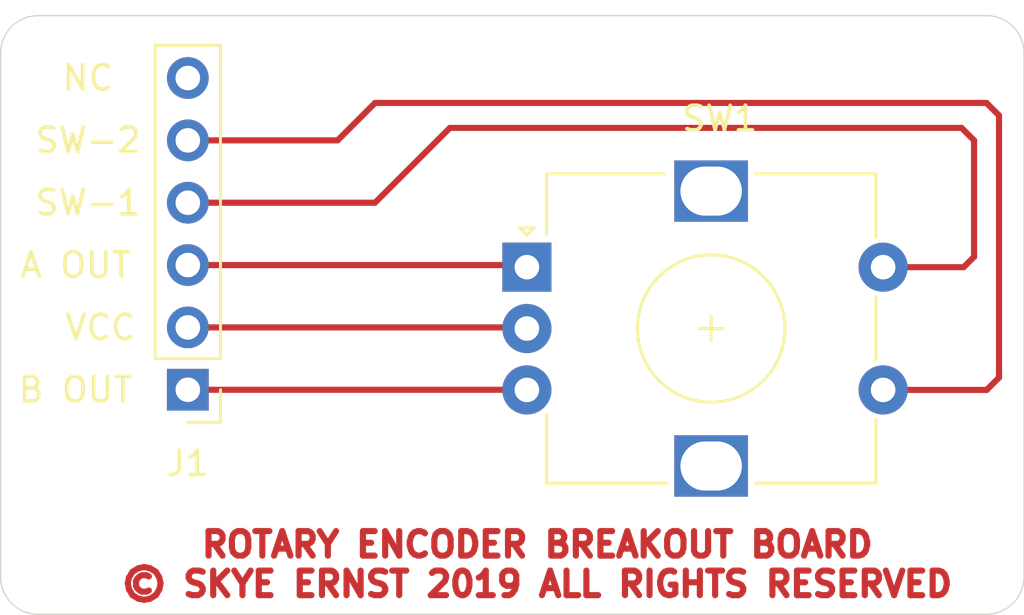
<source format=kicad_pcb>
(kicad_pcb (version 20171130) (host pcbnew "(5.1.4)-1")

  (general
    (thickness 1.6)
    (drawings 15)
    (tracks 20)
    (zones 0)
    (modules 2)
    (nets 7)
  )

  (page A4)
  (layers
    (0 F.Cu signal)
    (31 B.Cu signal)
    (32 B.Adhes user)
    (33 F.Adhes user)
    (34 B.Paste user)
    (35 F.Paste user)
    (36 B.SilkS user)
    (37 F.SilkS user)
    (38 B.Mask user)
    (39 F.Mask user)
    (40 Dwgs.User user)
    (41 Cmts.User user)
    (42 Eco1.User user)
    (43 Eco2.User user)
    (44 Edge.Cuts user)
    (45 Margin user)
    (46 B.CrtYd user)
    (47 F.CrtYd user)
    (48 B.Fab user)
    (49 F.Fab user)
  )

  (setup
    (last_trace_width 0.25)
    (trace_clearance 0.2)
    (zone_clearance 0.508)
    (zone_45_only no)
    (trace_min 0.2)
    (via_size 0.8)
    (via_drill 0.4)
    (via_min_size 0.4)
    (via_min_drill 0.3)
    (uvia_size 0.3)
    (uvia_drill 0.1)
    (uvias_allowed no)
    (uvia_min_size 0.2)
    (uvia_min_drill 0.1)
    (edge_width 0.05)
    (segment_width 0.2)
    (pcb_text_width 0.3)
    (pcb_text_size 1.5 1.5)
    (mod_edge_width 0.12)
    (mod_text_size 1 1)
    (mod_text_width 0.15)
    (pad_size 1.524 1.524)
    (pad_drill 0.762)
    (pad_to_mask_clearance 0.051)
    (solder_mask_min_width 0.25)
    (aux_axis_origin 0 0)
    (visible_elements FFFDFF7F)
    (pcbplotparams
      (layerselection 0x010f0_ffffffff)
      (usegerberextensions false)
      (usegerberattributes false)
      (usegerberadvancedattributes false)
      (creategerberjobfile false)
      (excludeedgelayer true)
      (linewidth 0.100000)
      (plotframeref false)
      (viasonmask false)
      (mode 1)
      (useauxorigin false)
      (hpglpennumber 1)
      (hpglpenspeed 20)
      (hpglpendiameter 15.000000)
      (psnegative false)
      (psa4output false)
      (plotreference true)
      (plotvalue true)
      (plotinvisibletext false)
      (padsonsilk false)
      (subtractmaskfromsilk false)
      (outputformat 1)
      (mirror false)
      (drillshape 0)
      (scaleselection 1)
      (outputdirectory "GERBER_OUT/"))
  )

  (net 0 "")
  (net 1 "Net-(J1-Pad6)")
  (net 2 "Net-(J1-Pad5)")
  (net 3 "Net-(J1-Pad4)")
  (net 4 "Net-(J1-Pad3)")
  (net 5 "Net-(J1-Pad2)")
  (net 6 "Net-(J1-Pad1)")

  (net_class Default "This is the default net class."
    (clearance 0.2)
    (trace_width 0.25)
    (via_dia 0.8)
    (via_drill 0.4)
    (uvia_dia 0.3)
    (uvia_drill 0.1)
    (add_net "Net-(J1-Pad1)")
    (add_net "Net-(J1-Pad2)")
    (add_net "Net-(J1-Pad3)")
    (add_net "Net-(J1-Pad4)")
    (add_net "Net-(J1-Pad5)")
    (add_net "Net-(J1-Pad6)")
  )

  (module Rotary_Encoder:RotaryEncoder_Alps_EC12E-Switch_Vertical_H20mm (layer F.Cu) (tedit 5A64F492) (tstamp 5DDEA725)
    (at 131.15 93.05)
    (descr "Alps rotary encoder, EC12E... with switch, vertical shaft, http://www.alps.com/prod/info/E/HTML/Encoder/Incremental/EC12E/EC12E1240405.html & http://cdn-reichelt.de/documents/datenblatt/F100/402097STEC12E08.PDF")
    (tags "rotary encoder")
    (path /5DDE4715)
    (fp_text reference SW1 (at 7.85 -6.05) (layer F.SilkS)
      (effects (font (size 1 1) (thickness 0.15)))
    )
    (fp_text value Rotary_Encoder_Switch (at 7.5 10.4) (layer F.Fab)
      (effects (font (size 1 1) (thickness 0.15)))
    )
    (fp_circle (center 7.5 2.5) (end 10.5 2.5) (layer F.Fab) (width 0.12))
    (fp_circle (center 7.5 2.5) (end 10.5 2.5) (layer F.SilkS) (width 0.12))
    (fp_line (start 16 9.85) (end -1.5 9.85) (layer F.CrtYd) (width 0.05))
    (fp_line (start 16 9.85) (end 16 -4.85) (layer F.CrtYd) (width 0.05))
    (fp_line (start -1.5 -4.85) (end -1.5 9.85) (layer F.CrtYd) (width 0.05))
    (fp_line (start -1.5 -4.85) (end 16 -4.85) (layer F.CrtYd) (width 0.05))
    (fp_line (start 1.9 -3.7) (end 14.1 -3.7) (layer F.Fab) (width 0.12))
    (fp_line (start 14.1 -3.7) (end 14.1 8.7) (layer F.Fab) (width 0.12))
    (fp_line (start 14.1 8.7) (end 0.9 8.7) (layer F.Fab) (width 0.12))
    (fp_line (start 0.9 8.7) (end 0.9 -2.6) (layer F.Fab) (width 0.12))
    (fp_line (start 0.9 -2.6) (end 1.9 -3.7) (layer F.Fab) (width 0.12))
    (fp_line (start 9.3 -3.8) (end 14.2 -3.8) (layer F.SilkS) (width 0.12))
    (fp_line (start 14.2 8.8) (end 9.3 8.8) (layer F.SilkS) (width 0.12))
    (fp_line (start 5.7 8.8) (end 0.8 8.8) (layer F.SilkS) (width 0.12))
    (fp_line (start 0.8 8.8) (end 0.8 6) (layer F.SilkS) (width 0.12))
    (fp_line (start 5.6 -3.8) (end 0.8 -3.8) (layer F.SilkS) (width 0.12))
    (fp_line (start 0.8 -3.8) (end 0.8 -1.3) (layer F.SilkS) (width 0.12))
    (fp_line (start 0 -1.3) (end -0.3 -1.6) (layer F.SilkS) (width 0.12))
    (fp_line (start -0.3 -1.6) (end 0.3 -1.6) (layer F.SilkS) (width 0.12))
    (fp_line (start 0.3 -1.6) (end 0 -1.3) (layer F.SilkS) (width 0.12))
    (fp_line (start 7.5 -0.5) (end 7.5 5.5) (layer F.Fab) (width 0.12))
    (fp_line (start 4.5 2.5) (end 10.5 2.5) (layer F.Fab) (width 0.12))
    (fp_line (start 14.2 -3.8) (end 14.2 -1.2) (layer F.SilkS) (width 0.12))
    (fp_line (start 14.2 1.2) (end 14.2 3.8) (layer F.SilkS) (width 0.12))
    (fp_line (start 14.2 6.2) (end 14.2 8.8) (layer F.SilkS) (width 0.12))
    (fp_text user %R (at 11.5 6.6) (layer F.Fab)
      (effects (font (size 1 1) (thickness 0.15)))
    )
    (fp_line (start 7.5 2) (end 7.5 3) (layer F.SilkS) (width 0.12))
    (fp_line (start 7 2.5) (end 8 2.5) (layer F.SilkS) (width 0.12))
    (pad A thru_hole rect (at 0 0) (size 2 2) (drill 1) (layers *.Cu *.Mask)
      (net 4 "Net-(J1-Pad3)"))
    (pad C thru_hole circle (at 0 2.5) (size 2 2) (drill 1) (layers *.Cu *.Mask)
      (net 5 "Net-(J1-Pad2)"))
    (pad B thru_hole circle (at 0 5) (size 2 2) (drill 1) (layers *.Cu *.Mask)
      (net 6 "Net-(J1-Pad1)"))
    (pad MP thru_hole rect (at 7.5 -3.1) (size 3 2.5) (drill oval 2.5 2) (layers *.Cu *.Mask))
    (pad MP thru_hole rect (at 7.5 8.1) (size 3 2.5) (drill oval 2.5 2) (layers *.Cu *.Mask))
    (pad S1 thru_hole circle (at 14.5 0) (size 2 2) (drill 1) (layers *.Cu *.Mask)
      (net 3 "Net-(J1-Pad4)"))
    (pad S2 thru_hole circle (at 14.5 5) (size 2 2) (drill 1) (layers *.Cu *.Mask)
      (net 2 "Net-(J1-Pad5)"))
    (model ${KISYS3DMOD}/Rotary_Encoder.3dshapes/RotaryEncoder_Alps_EC12E-Switch_Vertical_H20mm.wrl
      (at (xyz 0 0 0))
      (scale (xyz 1 1 1))
      (rotate (xyz 0 0 0))
    )
  )

  (module Connector_PinHeader_2.54mm:PinHeader_1x06_P2.54mm_Vertical (layer F.Cu) (tedit 59FED5CC) (tstamp 5DDEA6FE)
    (at 117.348 98.044 180)
    (descr "Through hole straight pin header, 1x06, 2.54mm pitch, single row")
    (tags "Through hole pin header THT 1x06 2.54mm single row")
    (path /5DDE6954)
    (fp_text reference J1 (at 0 -3) (layer F.SilkS)
      (effects (font (size 1 1) (thickness 0.15)))
    )
    (fp_text value Conn_01x06 (at 0 15.03) (layer F.Fab)
      (effects (font (size 1 1) (thickness 0.15)))
    )
    (fp_text user %R (at 0 6.35 90) (layer F.Fab)
      (effects (font (size 1 1) (thickness 0.15)))
    )
    (fp_line (start 1.8 -1.8) (end -1.8 -1.8) (layer F.CrtYd) (width 0.05))
    (fp_line (start 1.8 14.5) (end 1.8 -1.8) (layer F.CrtYd) (width 0.05))
    (fp_line (start -1.8 14.5) (end 1.8 14.5) (layer F.CrtYd) (width 0.05))
    (fp_line (start -1.8 -1.8) (end -1.8 14.5) (layer F.CrtYd) (width 0.05))
    (fp_line (start -1.33 -1.33) (end 0 -1.33) (layer F.SilkS) (width 0.12))
    (fp_line (start -1.33 0) (end -1.33 -1.33) (layer F.SilkS) (width 0.12))
    (fp_line (start -1.33 1.27) (end 1.33 1.27) (layer F.SilkS) (width 0.12))
    (fp_line (start 1.33 1.27) (end 1.33 14.03) (layer F.SilkS) (width 0.12))
    (fp_line (start -1.33 1.27) (end -1.33 14.03) (layer F.SilkS) (width 0.12))
    (fp_line (start -1.33 14.03) (end 1.33 14.03) (layer F.SilkS) (width 0.12))
    (fp_line (start -1.27 -0.635) (end -0.635 -1.27) (layer F.Fab) (width 0.1))
    (fp_line (start -1.27 13.97) (end -1.27 -0.635) (layer F.Fab) (width 0.1))
    (fp_line (start 1.27 13.97) (end -1.27 13.97) (layer F.Fab) (width 0.1))
    (fp_line (start 1.27 -1.27) (end 1.27 13.97) (layer F.Fab) (width 0.1))
    (fp_line (start -0.635 -1.27) (end 1.27 -1.27) (layer F.Fab) (width 0.1))
    (pad 6 thru_hole oval (at 0 12.7 180) (size 1.7 1.7) (drill 1) (layers *.Cu *.Mask)
      (net 1 "Net-(J1-Pad6)"))
    (pad 5 thru_hole oval (at 0 10.16 180) (size 1.7 1.7) (drill 1) (layers *.Cu *.Mask)
      (net 2 "Net-(J1-Pad5)"))
    (pad 4 thru_hole oval (at 0 7.62 180) (size 1.7 1.7) (drill 1) (layers *.Cu *.Mask)
      (net 3 "Net-(J1-Pad4)"))
    (pad 3 thru_hole oval (at 0 5.08 180) (size 1.7 1.7) (drill 1) (layers *.Cu *.Mask)
      (net 4 "Net-(J1-Pad3)"))
    (pad 2 thru_hole oval (at 0 2.54 180) (size 1.7 1.7) (drill 1) (layers *.Cu *.Mask)
      (net 5 "Net-(J1-Pad2)"))
    (pad 1 thru_hole rect (at 0 0 180) (size 1.7 1.7) (drill 1) (layers *.Cu *.Mask)
      (net 6 "Net-(J1-Pad1)"))
    (model ${KISYS3DMOD}/Connector_PinHeader_2.54mm.3dshapes/PinHeader_1x06_P2.54mm_Vertical.wrl
      (at (xyz 0 0 0))
      (scale (xyz 1 1 1))
      (rotate (xyz 0 0 0))
    )
  )

  (gr_arc (start 149.86 105.664) (end 149.86 107.188) (angle -90) (layer Edge.Cuts) (width 0.05))
  (gr_arc (start 111.252 105.664) (end 109.728 105.664) (angle -90) (layer Edge.Cuts) (width 0.05))
  (gr_arc (start 149.86 84.328) (end 151.384 84.328) (angle -90) (layer Edge.Cuts) (width 0.05))
  (gr_arc (start 111.252 84.328) (end 111.252 82.804) (angle -90) (layer Edge.Cuts) (width 0.05))
  (gr_line (start 109.728 105.664) (end 109.728 84.328) (layer Edge.Cuts) (width 0.05) (tstamp 5DDEACF4))
  (gr_line (start 149.86 107.188) (end 111.252 107.188) (layer Edge.Cuts) (width 0.05))
  (gr_line (start 151.384 84.328) (end 151.384 105.664) (layer Edge.Cuts) (width 0.05))
  (gr_line (start 111.252 82.804) (end 149.86 82.804) (layer Edge.Cuts) (width 0.05))
  (gr_text "ROTARY ENCODER BREAKOUT BOARD\n© SKYE ERNST 2019 ALL RIGHTS RESERVED" (at 131.572 105.156) (layer F.Cu)
    (effects (font (size 1 1) (thickness 0.25)))
  )
  (gr_text NC (at 113.284 85.344) (layer F.SilkS)
    (effects (font (size 1 1) (thickness 0.15)))
  )
  (gr_text SW-2 (at 113.284 87.884) (layer F.SilkS)
    (effects (font (size 1 1) (thickness 0.15)))
  )
  (gr_text SW-1 (at 113.284 90.424) (layer F.SilkS)
    (effects (font (size 1 1) (thickness 0.15)))
  )
  (gr_text "B OUT" (at 112.776 98.044) (layer F.SilkS)
    (effects (font (size 1 1) (thickness 0.15)))
  )
  (gr_text VCC (at 113.792 95.504) (layer F.SilkS)
    (effects (font (size 1 1) (thickness 0.15)))
  )
  (gr_text "A OUT" (at 112.776 92.964) (layer F.SilkS)
    (effects (font (size 1 1) (thickness 0.15)))
  )

  (segment (start 149.866 98.05) (end 145.65 98.05) (width 0.25) (layer F.Cu) (net 2))
  (segment (start 150.368 97.548) (end 149.866 98.05) (width 0.25) (layer F.Cu) (net 2))
  (segment (start 123.444 87.884) (end 124.968 86.36) (width 0.25) (layer F.Cu) (net 2))
  (segment (start 117.348 87.884) (end 123.444 87.884) (width 0.25) (layer F.Cu) (net 2))
  (segment (start 149.86 86.36) (end 150.368 86.868) (width 0.25) (layer F.Cu) (net 2))
  (segment (start 150.368 86.868) (end 150.368 97.548) (width 0.25) (layer F.Cu) (net 2))
  (segment (start 124.968 86.36) (end 149.86 86.36) (width 0.25) (layer F.Cu) (net 2))
  (segment (start 148.93 93.05) (end 145.65 93.05) (width 0.25) (layer F.Cu) (net 3))
  (segment (start 149.352 92.628) (end 148.93 93.05) (width 0.25) (layer F.Cu) (net 3))
  (segment (start 124.968 90.424) (end 128.016 87.376) (width 0.25) (layer F.Cu) (net 3))
  (segment (start 117.348 90.424) (end 124.968 90.424) (width 0.25) (layer F.Cu) (net 3))
  (segment (start 148.844 87.376) (end 149.352 87.884) (width 0.25) (layer F.Cu) (net 3))
  (segment (start 149.352 87.884) (end 149.352 92.628) (width 0.25) (layer F.Cu) (net 3))
  (segment (start 128.016 87.376) (end 148.844 87.376) (width 0.25) (layer F.Cu) (net 3))
  (segment (start 131.064 92.964) (end 131.15 93.05) (width 0.25) (layer F.Cu) (net 4))
  (segment (start 117.348 92.964) (end 131.064 92.964) (width 0.25) (layer F.Cu) (net 4))
  (segment (start 131.104 95.504) (end 131.15 95.55) (width 0.25) (layer F.Cu) (net 5))
  (segment (start 117.348 95.504) (end 131.104 95.504) (width 0.25) (layer F.Cu) (net 5))
  (segment (start 131.144 98.044) (end 131.15 98.05) (width 0.25) (layer F.Cu) (net 6))
  (segment (start 117.348 98.044) (end 131.144 98.044) (width 0.25) (layer F.Cu) (net 6))

)

</source>
